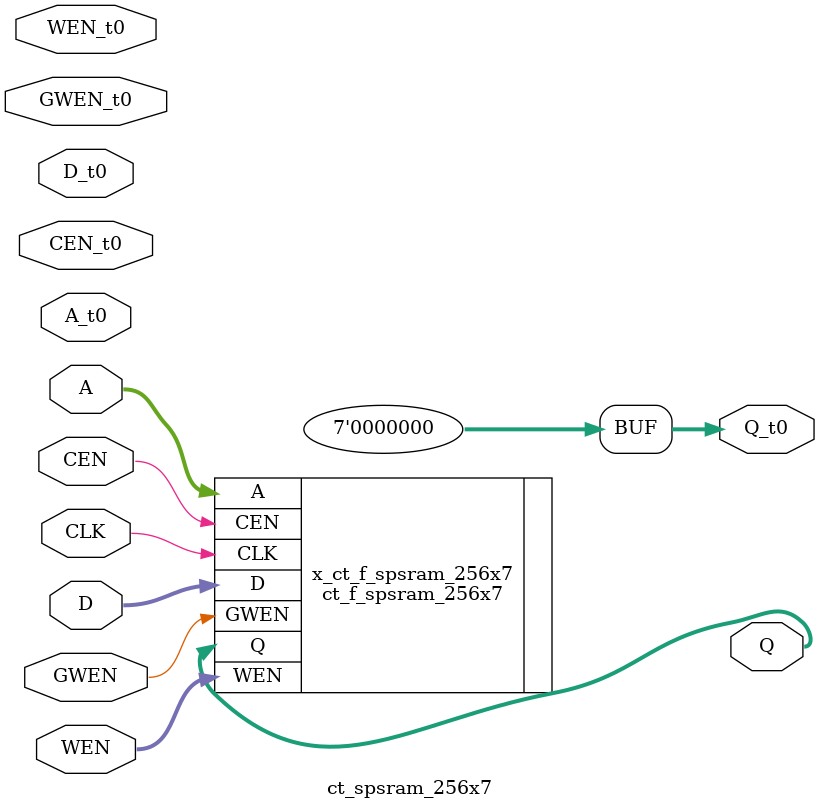
<source format=v>
/*Copyright 2019-2021 T-Head Semiconductor Co., Ltd.

Licensed under the Apache License, Version 2.0 (the "License");
you may not use this file except in compliance with the License.
You may obtain a copy of the License at

    http://www.apache.org/licenses/LICENSE-2.0

Unless required by applicable law or agreed to in writing, software
distributed under the License is distributed on an "AS IS" BASIS,
WITHOUT WARRANTIES OR CONDITIONS OF ANY KIND, either express or implied.
See the License for the specific language governing permissions and
limitations under the License.
*/

// &ModuleBeg; @22
module ct_spsram_256x7(
A,
A_t0,
CEN,
CEN_t0,
CLK,
D,
D_t0,
GWEN,
GWEN_t0,
Q,
Q_t0,
WEN,
WEN_t0
);

input   [7:0]  A_t0;   
input          CEN_t0; 
input   [6:0]  D_t0;   
input          GWEN_t0; 
output  [6:0]  Q_t0;   
input   [6:0]  WEN_t0; 
wire    [7:0]  A_t0;   
wire           CEN_t0; 
wire    [6:0]  D_t0;   
wire           GWEN_t0; 
wire    [6:0]  Q_t0;   
wire    [6:0]  WEN_t0; 
assign Q_t0 = '0;

// &Ports; @23
input   [7:0]  A;   
input          CEN; 
input          CLK; 
input   [6:0]  D;   
input          GWEN; 
input   [6:0]  WEN; 
output  [6:0]  Q;   

// &Regs; @24

// &Wires; @25
wire    [7:0]  A;   
wire           CEN; 
wire           CLK; 
wire    [6:0]  D;   
wire           GWEN; 
wire    [6:0]  Q;   
wire    [6:0]  WEN; 


//**********************************************************
//                  Parameter Definition
//**********************************************************
parameter ADDR_WIDTH = 8;
parameter DATA_WIDTH = 7;
parameter WE_WIDTH   = 7;

// &Force("bus","Q",DATA_WIDTH-1,0); @34
// &Force("bus","WEN",WE_WIDTH-1,0); @35
// &Force("bus","A",ADDR_WIDTH-1,0); @36
// &Force("bus","D",DATA_WIDTH-1,0); @37

  //********************************************************
  //*                        FPGA memory                   *
  //********************************************************
  //{WEN[6],WEN[5],WEN[4],WEN[3],WEN[2],WEN[1],WEN[0]}
//   &Instance("ct_f_spsram_256x7"); @44
ct_f_spsram_256x7  x_ct_f_spsram_256x7 (
  .A    (A   ),
  .CEN  (CEN ),
  .CLK  (CLK ),
  .D    (D   ),
  .GWEN (GWEN),
  .Q    (Q   ),
  .WEN  (WEN )
);

//   &Instance("ct_tsmc_spsram_256x7"); @50

// &ModuleEnd; @66
endmodule



</source>
